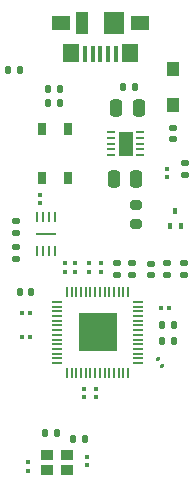
<source format=gbr>
%TF.GenerationSoftware,KiCad,Pcbnew,8.0.8*%
%TF.CreationDate,2025-02-11T11:30:28+05:30*%
%TF.ProjectId,my-template,6d792d74-656d-4706-9c61-74652e6b6963,rev?*%
%TF.SameCoordinates,Original*%
%TF.FileFunction,Paste,Top*%
%TF.FilePolarity,Positive*%
%FSLAX46Y46*%
G04 Gerber Fmt 4.6, Leading zero omitted, Abs format (unit mm)*
G04 Created by KiCad (PCBNEW 8.0.8) date 2025-02-11 11:30:28*
%MOMM*%
%LPD*%
G01*
G04 APERTURE LIST*
G04 Aperture macros list*
%AMRoundRect*
0 Rectangle with rounded corners*
0 $1 Rounding radius*
0 $2 $3 $4 $5 $6 $7 $8 $9 X,Y pos of 4 corners*
0 Add a 4 corners polygon primitive as box body*
4,1,4,$2,$3,$4,$5,$6,$7,$8,$9,$2,$3,0*
0 Add four circle primitives for the rounded corners*
1,1,$1+$1,$2,$3*
1,1,$1+$1,$4,$5*
1,1,$1+$1,$6,$7*
1,1,$1+$1,$8,$9*
0 Add four rect primitives between the rounded corners*
20,1,$1+$1,$2,$3,$4,$5,0*
20,1,$1+$1,$4,$5,$6,$7,0*
20,1,$1+$1,$6,$7,$8,$9,0*
20,1,$1+$1,$8,$9,$2,$3,0*%
G04 Aperture macros list end*
%ADD10C,0.000000*%
%ADD11RoundRect,0.100000X-0.100000X0.155000X-0.100000X-0.155000X0.100000X-0.155000X0.100000X0.155000X0*%
%ADD12RoundRect,0.135000X-0.135000X-0.185000X0.135000X-0.185000X0.135000X0.185000X-0.135000X0.185000X0*%
%ADD13RoundRect,0.079500X-0.079500X-0.100500X0.079500X-0.100500X0.079500X0.100500X-0.079500X0.100500X0*%
%ADD14R,1.092200X1.143000*%
%ADD15RoundRect,0.135000X0.135000X0.185000X-0.135000X0.185000X-0.135000X-0.185000X0.135000X-0.185000X0*%
%ADD16R,0.254000X0.812800*%
%ADD17R,1.651000X0.254000*%
%ADD18RoundRect,0.140000X0.170000X-0.140000X0.170000X0.140000X-0.170000X0.140000X-0.170000X-0.140000X0*%
%ADD19RoundRect,0.079500X0.100500X-0.079500X0.100500X0.079500X-0.100500X0.079500X-0.100500X-0.079500X0*%
%ADD20RoundRect,0.250000X-0.250000X-0.475000X0.250000X-0.475000X0.250000X0.475000X-0.250000X0.475000X0*%
%ADD21RoundRect,0.147500X-0.172500X0.147500X-0.172500X-0.147500X0.172500X-0.147500X0.172500X0.147500X0*%
%ADD22RoundRect,0.079500X-0.100500X0.079500X-0.100500X-0.079500X0.100500X-0.079500X0.100500X0.079500X0*%
%ADD23RoundRect,0.135000X-0.185000X0.135000X-0.185000X-0.135000X0.185000X-0.135000X0.185000X0.135000X0*%
%ADD24R,0.450000X1.380000*%
%ADD25R,1.650000X1.300000*%
%ADD26R,1.425000X1.550000*%
%ADD27R,1.800000X1.900000*%
%ADD28R,1.000000X1.900000*%
%ADD29R,0.650000X1.050000*%
%ADD30RoundRect,0.147500X-0.147500X-0.172500X0.147500X-0.172500X0.147500X0.172500X-0.147500X0.172500X0*%
%ADD31R,0.762000X0.254000*%
%ADD32R,1.244600X2.057400*%
%ADD33RoundRect,0.135000X0.185000X-0.135000X0.185000X0.135000X-0.185000X0.135000X-0.185000X-0.135000X0*%
%ADD34RoundRect,0.140000X-0.140000X-0.170000X0.140000X-0.170000X0.140000X0.170000X-0.140000X0.170000X0*%
%ADD35R,0.812800X0.177800*%
%ADD36R,0.177800X0.812800*%
%ADD37R,3.200400X3.200400*%
%ADD38RoundRect,0.200000X-0.275000X0.200000X-0.275000X-0.200000X0.275000X-0.200000X0.275000X0.200000X0*%
%ADD39R,1.100000X0.900000*%
%ADD40RoundRect,0.079500X-0.126786X0.018599X-0.047286X-0.119099X0.126786X-0.018599X0.047286X0.119099X0*%
G04 APERTURE END LIST*
D10*
%TO.C,U2*%
G36*
X140402600Y-90401600D02*
G01*
X139002400Y-90401600D01*
X139002400Y-89001400D01*
X140402600Y-89001400D01*
X140402600Y-90401600D01*
G37*
G36*
X140402600Y-92001800D02*
G01*
X139002400Y-92001800D01*
X139002400Y-90601600D01*
X140402600Y-90601600D01*
X140402600Y-92001800D01*
G37*
G36*
X142002800Y-90401600D02*
G01*
X140602600Y-90401600D01*
X140602600Y-89001400D01*
X142002800Y-89001400D01*
X142002800Y-90401600D01*
G37*
G36*
X142002800Y-92001800D02*
G01*
X140602600Y-92001800D01*
X140602600Y-90601600D01*
X142002800Y-90601600D01*
X142002800Y-92001800D01*
G37*
%TD*%
D11*
%TO.C,Q1*%
X146602600Y-81496600D03*
X147602600Y-81496600D03*
X147102600Y-80206600D03*
%TD*%
D12*
%TO.C,R5*%
X145972600Y-89851600D03*
X146992600Y-89851600D03*
%TD*%
D13*
%TO.C,C2*%
X134102600Y-88851600D03*
X134792600Y-88851600D03*
%TD*%
D14*
%TO.C,D1*%
X146892600Y-68151600D03*
X146892600Y-71225000D03*
%TD*%
D15*
%TO.C,R4*%
X143702600Y-69701600D03*
X142682600Y-69701600D03*
%TD*%
D16*
%TO.C,U3*%
X135392599Y-83599400D03*
X135892600Y-83599400D03*
X136392600Y-83599400D03*
X136892601Y-83599400D03*
X136892601Y-80703800D03*
X136392600Y-80703800D03*
X135892600Y-80703800D03*
X135392599Y-80703800D03*
D17*
X136142600Y-82151600D03*
%TD*%
D18*
%TO.C,C10*%
X142192600Y-85611600D03*
X142192600Y-84651600D03*
%TD*%
D13*
%TO.C,C7*%
X145847600Y-88451600D03*
X146537600Y-88451600D03*
%TD*%
%TO.C,C3*%
X134102600Y-90851600D03*
X134792600Y-90851600D03*
%TD*%
D19*
%TO.C,R10*%
X140792600Y-85341600D03*
X140792600Y-84651600D03*
%TD*%
D20*
%TO.C,C4*%
X142102600Y-71501600D03*
X144002600Y-71501600D03*
%TD*%
D21*
%TO.C,L1*%
X146892600Y-73181600D03*
X146892600Y-74151600D03*
%TD*%
D15*
%TO.C,R6*%
X146992600Y-91251600D03*
X145972600Y-91251600D03*
%TD*%
D12*
%TO.C,R12*%
X136092600Y-99001600D03*
X137112600Y-99001600D03*
%TD*%
D22*
%TO.C,C18*%
X146392600Y-76626600D03*
X146392600Y-77316600D03*
%TD*%
D23*
%TO.C,R9*%
X146392600Y-84651600D03*
X146392600Y-85671600D03*
%TD*%
D20*
%TO.C,C6*%
X141902600Y-77501600D03*
X143802600Y-77501600D03*
%TD*%
D23*
%TO.C,R14*%
X147892600Y-76131600D03*
X147892600Y-77151600D03*
%TD*%
D22*
%TO.C,C9*%
X137792600Y-84651600D03*
X137792600Y-85341600D03*
%TD*%
D19*
%TO.C,C16*%
X134602600Y-102191600D03*
X134602600Y-101501600D03*
%TD*%
D24*
%TO.C,J1*%
X142052600Y-66961600D03*
X141402600Y-66961600D03*
X140752600Y-66961600D03*
X140102600Y-66961600D03*
X139452600Y-66961600D03*
D25*
X144127600Y-64301600D03*
D26*
X143240100Y-66876600D03*
D27*
X141902600Y-64301600D03*
D28*
X139202600Y-64301600D03*
D26*
X138265100Y-66876600D03*
D25*
X137377600Y-64301600D03*
%TD*%
D29*
%TO.C,SW1*%
X137967600Y-73301600D03*
X137967600Y-77451600D03*
X135817600Y-73301600D03*
X135817600Y-77451600D03*
%TD*%
D30*
%TO.C,D2*%
X132932600Y-68301600D03*
X133902600Y-68301600D03*
%TD*%
D12*
%TO.C,R13*%
X138442600Y-99501600D03*
X139462600Y-99501600D03*
%TD*%
D23*
%TO.C,R15*%
X147792600Y-84651600D03*
X147792600Y-85671600D03*
%TD*%
%TO.C,R1*%
X133592600Y-81031600D03*
X133592600Y-82051600D03*
%TD*%
D31*
%TO.C,U1*%
X144121800Y-75501601D03*
X144121800Y-75001599D03*
X144121800Y-74501600D03*
X144121800Y-74001601D03*
X144121800Y-73501599D03*
X141683400Y-73501599D03*
X141683400Y-74001601D03*
X141683400Y-74501600D03*
X141683400Y-75001599D03*
X141683400Y-75501601D03*
D32*
X142902600Y-74501600D03*
%TD*%
D33*
%TO.C,R2*%
X133592600Y-84271600D03*
X133592600Y-83251600D03*
%TD*%
D19*
%TO.C,C11*%
X138592600Y-85341600D03*
X138592600Y-84651600D03*
%TD*%
D22*
%TO.C,C17*%
X139602600Y-101001600D03*
X139602600Y-101691600D03*
%TD*%
%TO.C,C5*%
X140392600Y-95306600D03*
X140392600Y-95996600D03*
%TD*%
D18*
%TO.C,C12*%
X143392600Y-85611600D03*
X143392600Y-84651600D03*
%TD*%
D34*
%TO.C,C15*%
X133912600Y-87051600D03*
X134872600Y-87051600D03*
%TD*%
D22*
%TO.C,C1*%
X139392600Y-95306600D03*
X139392600Y-95996600D03*
%TD*%
D18*
%TO.C,C14*%
X144992600Y-85651600D03*
X144992600Y-84691600D03*
%TD*%
D35*
%TO.C,U2*%
X137099000Y-87901600D03*
X137099000Y-88301599D03*
X137099000Y-88701601D03*
X137099000Y-89101600D03*
X137099000Y-89501599D03*
X137099000Y-89901601D03*
X137099000Y-90301600D03*
X137099000Y-90701600D03*
X137099000Y-91101599D03*
X137099000Y-91501601D03*
X137099000Y-91901600D03*
X137099000Y-92301599D03*
X137099000Y-92701601D03*
X137099000Y-93101600D03*
D36*
X137902600Y-93905200D03*
X138302599Y-93905200D03*
X138702601Y-93905200D03*
X139102600Y-93905200D03*
X139502599Y-93905200D03*
X139902601Y-93905200D03*
X140302600Y-93905200D03*
X140702600Y-93905200D03*
X141102599Y-93905200D03*
X141502601Y-93905200D03*
X141902600Y-93905200D03*
X142302599Y-93905200D03*
X142702601Y-93905200D03*
X143102600Y-93905200D03*
D35*
X143906200Y-93101600D03*
X143906200Y-92701601D03*
X143906200Y-92301599D03*
X143906200Y-91901600D03*
X143906200Y-91501601D03*
X143906200Y-91101599D03*
X143906200Y-90701600D03*
X143906200Y-90301600D03*
X143906200Y-89901601D03*
X143906200Y-89501599D03*
X143906200Y-89101600D03*
X143906200Y-88701601D03*
X143906200Y-88301599D03*
X143906200Y-87901600D03*
D36*
X143102600Y-87098000D03*
X142702601Y-87098000D03*
X142302599Y-87098000D03*
X141902600Y-87098000D03*
X141502601Y-87098000D03*
X141102599Y-87098000D03*
X140702600Y-87098000D03*
X140302600Y-87098000D03*
X139902601Y-87098000D03*
X139502599Y-87098000D03*
X139102600Y-87098000D03*
X138702601Y-87098000D03*
X138302599Y-87098000D03*
X137902600Y-87098000D03*
D37*
X140502600Y-90501600D03*
%TD*%
D22*
%TO.C,C13*%
X135592600Y-78876600D03*
X135592600Y-79566600D03*
%TD*%
D38*
%TO.C,R8*%
X143792600Y-79701600D03*
X143792600Y-81351600D03*
%TD*%
D39*
%TO.C,X1*%
X136252600Y-102151600D03*
X137952600Y-102151600D03*
X137952600Y-100851600D03*
X136252600Y-100851600D03*
%TD*%
D19*
%TO.C,R7*%
X139792600Y-85341600D03*
X139792600Y-84651600D03*
%TD*%
D15*
%TO.C,R3*%
X137322600Y-69901600D03*
X136302600Y-69901600D03*
%TD*%
%TO.C,R11*%
X137342600Y-71101600D03*
X136322600Y-71101600D03*
%TD*%
D40*
%TO.C,C8*%
X145620100Y-92752821D03*
X145965100Y-93350379D03*
%TD*%
M02*

</source>
